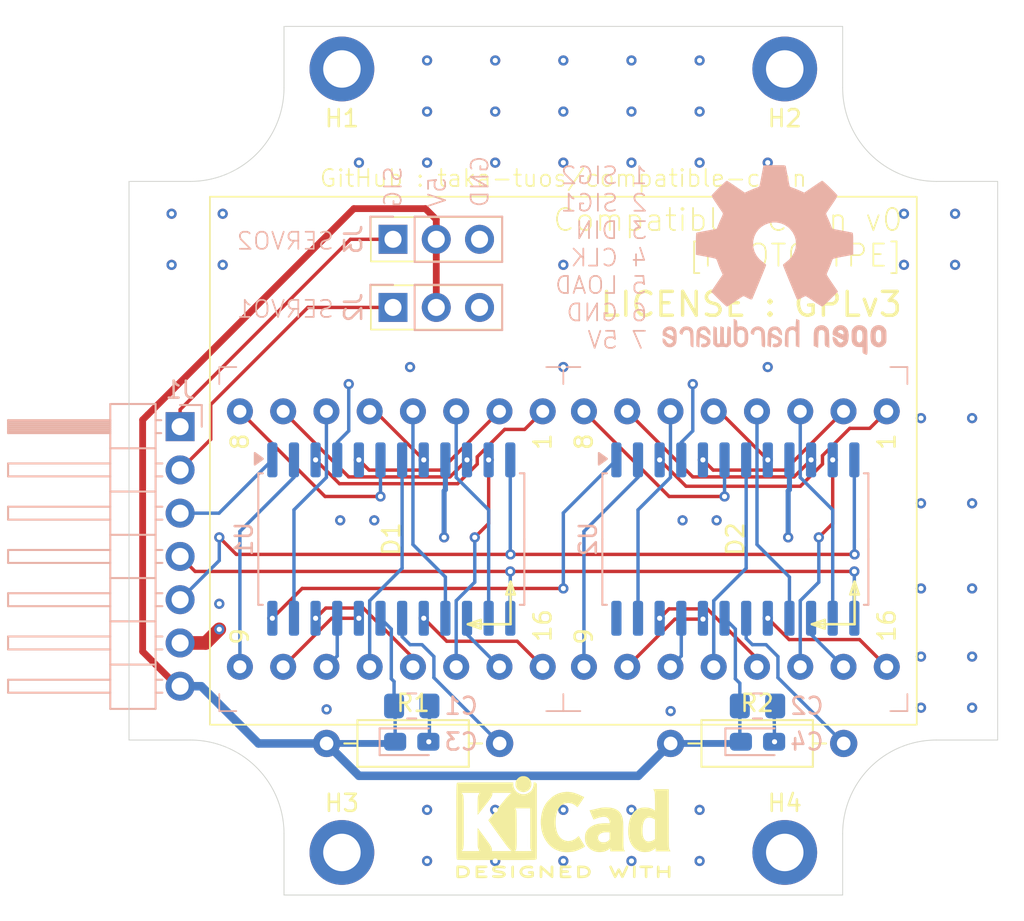
<source format=kicad_pcb>
(kicad_pcb (version 20240108) (generator "pcbnew") (generator_version "8.0")
  (layers (0 "F.Cu" signal) (31 "B.Cu" signal) (34 "B.Paste" user) (35 "F.Paste" user) (36 "B.SilkS" user "B.Silkscreen") (37 "F.SilkS" user "F.Silkscreen") (38 "B.Mask" user) (39 "F.Mask" user) (44 "Edge.Cuts" user))
  (net 0 "")
  (net 1 "GND")
  (net 3 "/D1.0")
  (net 4 "/D1.C")
  (net 5 "/D1.D")
  (net 6 "/D1.F")
  (net 7 "/D1.6")
  (net 8 "/D1.G")
  (net 9 "/D1.7")
  (net 10 "/D1.5")
  (net 11 "/D1.E")
  (net 12 "/D1.2")
  (net 13 "/D1.1")
  (net 14 "/D1.B")
  (net 15 "/D1.DP")
  (net 16 "/D1.3")
  (net 17 "/D1.A")
  (net 18 "/D1.4")
  (net 19 "/D2.D")
  (net 20 "/D2.5")
  (net 21 "/D2.F")
  (net 22 "/D2.7")
  (net 23 "/D2.3")
  (net 24 "/D2.1")
  (net 25 "/D2.B")
  (net 26 "/D2.E")
  (net 27 "/D2.4")
  (net 28 "/D2.G")
  (net 29 "/D2.DP")
  (net 30 "/D2.2")
  (net 31 "/D2.A")
  (net 32 "/D2.0")
  (net 33 "/D2.C")
  (net 34 "/D2.6")
  (net 35 "VCC")
  (net 36 "Net-(U1-DOUT)")
  (net 37 "DIN")
  (net 38 "LOAD")
  (net 39 "CLK")
  (net 40 "SIG2")
  (net 41 "SIG1")
  (net 42 "Net-(U1-ISET)")
  (net 43 "Net-(U2-ISET)")
  (footprint "MountingHole:MountingHole_2.2mm_M2_DIN965_Pad" (layer "F.Cu") (at 82 93.5)
    (property "Reference" "H3" (at 0 -2.9 0) (layer "F.SilkS"))
    (property "Value" "M2")
    (pad "1" thru_hole circle (at 0 0) (size 3.8 3.8) (drill 2.2) (layers "*.Cu" "*.Mask") (net 1 "GND"))
  )
  (footprint "akn_misc:LED_8x8_1.9MM_20x20MM" (layer "F.Cu") (at 105.1 75.1 -90)
    (property "Reference" "D2" (at 0 0 90) (layer "F.SilkS"))
    (property "Value" "788AS")
    (fp_text user "16" (at 5.08 -8.89 90) (layer "F.SilkS"))
    (fp_text user "8" (at -5.715 8.89 90) (layer "F.SilkS"))
    (fp_text user "9" (at 5.715 8.89 90) (layer "F.SilkS"))
    (fp_text user "1" (at -5.715 -8.89 90) (layer "F.SilkS"))
    (pad "1" thru_hole circle (at -7.5 -8.89 270) (size 1.524 1.524) (drill 0.762) (layers "*.Cu" "*.Mask") (net 27 "/D2.4"))
    (pad "2" thru_hole circle (at -7.5 -6.35 270) (size 1.524 1.524) (drill 0.762) (layers "*.Cu" "*.Mask") (net 34 "/D2.6"))
    (pad "3" thru_hole circle (at -7.5 -3.81 270) (size 1.524 1.524) (drill 0.762) (layers "*.Cu" "*.Mask") (net 31 "/D2.A"))
    (pad "4" thru_hole circle (at -7.5 -1.27 270) (size 1.524 1.524) (drill 0.762) (layers "*.Cu" "*.Mask") (net 25 "/D2.B"))
    (pad "5" thru_hole circle (at -7.5 1.27 270) (size 1.524 1.524) (drill 0.762) (layers "*.Cu" "*.Mask") (net 22 "/D2.7"))
    (pad "6" thru_hole circle (at -7.5 3.81 270) (size 1.524 1.524) (drill 0.762) (layers "*.Cu" "*.Mask") (net 19 "/D2.D"))
    (pad "7" thru_hole circle (at -7.5 6.35 270) (size 1.524 1.524) (drill 0.762) (layers "*.Cu" "*.Mask") (net 20 "/D2.5"))
    (pad "8" thru_hole circle (at -7.5 8.89 270) (size 1.524 1.524) (drill 0.762) (layers "*.Cu" "*.Mask") (net 30 "/D2.2"))
    (pad "9" thru_hole circle (at 7.5 8.89 270) (size 1.524 1.524) (drill 0.762) (layers "*.Cu" "*.Mask") (net 32 "/D2.0"))
    (pad "10" thru_hole circle (at 7.5 6.35 270) (size 1.524 1.524) (drill 0.762) (layers "*.Cu" "*.Mask") (net 33 "/D2.C"))
    (pad "11" thru_hole circle (at 7.5 3.81 270) (size 1.524 1.524) (drill 0.762) (layers "*.Cu" "*.Mask") (net 26 "/D2.E"))
    (pad "12" thru_hole circle (at 7.5 1.27 270) (size 1.524 1.524) (drill 0.762) (layers "*.Cu" "*.Mask") (net 23 "/D2.3"))
    (pad "13" thru_hole circle (at 7.5 -1.27 270) (size 1.524 1.524) (drill 0.762) (layers "*.Cu" "*.Mask") (net 29 "/D2.DP"))
    (pad "14" thru_hole circle (at 7.5 -3.81 270) (size 1.524 1.524) (drill 0.762) (layers "*.Cu" "*.Mask") (net 24 "/D2.1"))
    (pad "15" thru_hole circle (at 7.5 -6.35 270) (size 1.524 1.524) (drill 0.762) (layers "*.Cu" "*.Mask") (net 21 "/D2.F"))
    (pad "16" thru_hole circle (at 7.5 -8.89 270) (size 1.524 1.524) (drill 0.762) (layers "*.Cu" "*.Mask") (net 28 "/D2.G"))
  )
  (footprint "MountingHole:MountingHole_2.2mm_M2_DIN965_Pad" (layer "F.Cu") (at 82 47.5 180)
    (property "Reference" "H1" (at 0 -2.9 180) (layer "F.SilkS"))
    (property "Value" "M2")
    (pad "1" thru_hole circle (at 0 0 180) (size 3.8 3.8) (drill 2.2) (layers "*.Cu" "*.Mask") (net 1 "GND"))
  )
  (footprint "MountingHole:MountingHole_2.2mm_M2_DIN965_Pad" (layer "F.Cu") (at 108 47.5 180)
    (property "Reference" "H2" (at 0 -2.9 180) (layer "F.SilkS"))
    (property "Value" "M2")
    (pad "1" thru_hole circle (at 0 0 180) (size 3.8 3.8) (drill 2.2) (layers "*.Cu" "*.Mask") (net 1 "GND"))
  )
  (footprint "Resistor_THT:R_Axial_DIN0207_L6.3mm_D2.5mm_P10.16mm_Horizontal" (layer "F.Cu") (at 101.3 87.1)
    (property "Reference" "R2" (at 5.08 -2.37 0) (layer "F.SilkS"))
    (property "Value" "10k")
    (pad "1" thru_hole circle (at 0 0) (size 1.6 1.6) (drill 0.8) (layers "*.Cu" "*.Mask") (net 35 "VCC"))
    (pad "2" thru_hole oval (at 10.16 0) (size 1.6 1.6) (drill 0.8) (layers "*.Cu" "*.Mask") (net 43 "Net-(U2-ISET)"))
  )
  (footprint "MountingHole:MountingHole_2.2mm_M2_DIN965_Pad" (layer "F.Cu") (at 108 93.5)
    (property "Reference" "H4" (at 0 -2.9 0) (layer "F.SilkS"))
    (property "Value" "M2")
    (pad "1" thru_hole circle (at 0 0) (size 3.8 3.8) (drill 2.2) (layers "*.Cu" "*.Mask") (net 1 "GND"))
  )
  (footprint "akn_misc:LED_8x8_1.9MM_20x20MM" (layer "F.Cu") (at 84.9 75.1 -90)
    (property "Reference" "D1" (at 0 0 90) (layer "F.SilkS"))
    (property "Value" "788AS")
    (fp_text user "8" (at -5.715 8.89 90) (layer "F.SilkS"))
    (fp_text user "1" (at -5.715 -8.89 90) (layer "F.SilkS"))
    (fp_text user "9" (at 5.715 8.89 90) (layer "F.SilkS"))
    (fp_text user "16" (at 5.08 -8.89 90) (layer "F.SilkS"))
    (pad "1" thru_hole circle (at -7.5 -8.89 270) (size 1.524 1.524) (drill 0.762) (layers "*.Cu" "*.Mask") (net 18 "/D1.4"))
    (pad "2" thru_hole circle (at -7.5 -6.35 270) (size 1.524 1.524) (drill 0.762) (layers "*.Cu" "*.Mask") (net 7 "/D1.6"))
    (pad "3" thru_hole circle (at -7.5 -3.81 270) (size 1.524 1.524) (drill 0.762) (layers "*.Cu" "*.Mask") (net 17 "/D1.A"))
    (pad "4" thru_hole circle (at -7.5 -1.27 270) (size 1.524 1.524) (drill 0.762) (layers "*.Cu" "*.Mask") (net 14 "/D1.B"))
    (pad "5" thru_hole circle (at -7.5 1.27 270) (size 1.524 1.524) (drill 0.762) (layers "*.Cu" "*.Mask") (net 9 "/D1.7"))
    (pad "6" thru_hole circle (at -7.5 3.81 270) (size 1.524 1.524) (drill 0.762) (layers "*.Cu" "*.Mask") (net 5 "/D1.D"))
    (pad "7" thru_hole circle (at -7.5 6.35 270) (size 1.524 1.524) (drill 0.762) (layers "*.Cu" "*.Mask") (net 10 "/D1.5"))
    (pad "8" thru_hole circle (at -7.5 8.89 270) (size 1.524 1.524) (drill 0.762) (layers "*.Cu" "*.Mask") (net 12 "/D1.2"))
    (pad "9" thru_hole circle (at 7.5 8.89 270) (size 1.524 1.524) (drill 0.762) (layers "*.Cu" "*.Mask") (net 3 "/D1.0"))
    (pad "10" thru_hole circle (at 7.5 6.35 270) (size 1.524 1.524) (drill 0.762) (layers "*.Cu" "*.Mask") (net 4 "/D1.C"))
    (pad "11" thru_hole circle (at 7.5 3.81 270) (size 1.524 1.524) (drill 0.762) (layers "*.Cu" "*.Mask") (net 11 "/D1.E"))
    (pad "12" thru_hole circle (at 7.5 1.27 270) (size 1.524 1.524) (drill 0.762) (layers "*.Cu" "*.Mask") (net 16 "/D1.3"))
    (pad "13" thru_hole circle (at 7.5 -1.27 270) (size 1.524 1.524) (drill 0.762) (layers "*.Cu" "*.Mask") (net 15 "/D1.DP"))
    (pad "14" thru_hole circle (at 7.5 -3.81 270) (size 1.524 1.524) (drill 0.762) (layers "*.Cu" "*.Mask") (net 13 "/D1.1"))
    (pad "15" thru_hole circle (at 7.5 -6.35 270) (size 1.524 1.524) (drill 0.762) (layers "*.Cu" "*.Mask") (net 6 "/D1.F"))
    (pad "16" thru_hole circle (at 7.5 -8.89 270) (size 1.524 1.524) (drill 0.762) (layers "*.Cu" "*.Mask") (net 8 "/D1.G"))
  )
  (footprint "Symbol:KiCad-Logo2_5mm_SilkScreen" (layer "F.Cu") (at 95 92)
    (property "Reference" "REF**" (hide yes))
    (property "Value" "KiCad-Logo2_5mm_SilkScreen" (hide yes))
  )
  (footprint "Resistor_THT:R_Axial_DIN0207_L6.3mm_D2.5mm_P10.16mm_Horizontal" (layer "F.Cu") (at 81.1 87.1)
    (property "Reference" "R1" (at 5.08 -2.37 0) (layer "F.SilkS"))
    (property "Value" "10k")
    (pad "1" thru_hole circle (at 0 0) (size 1.6 1.6) (drill 0.8) (layers "*.Cu" "*.Mask") (net 35 "VCC"))
    (pad "2" thru_hole oval (at 10.16 0) (size 1.6 1.6) (drill 0.8) (layers "*.Cu" "*.Mask") (net 42 "Net-(U1-ISET)"))
  )
  (footprint "Capacitor_Tantalum_SMD:CP_EIA-2012-15_AVX-P_Pad1.30x1.05mm_HandSolder" (layer "B.Cu") (at 86.1 87)
    (property "Reference" "C3" (at 2.9 0 0) (layer "B.SilkS") (effects (justify mirror)))
    (property "Value" "10u")
    (pad "1" smd roundrect (at -0.975 0) (size 1.3 1.05) (layers "B.Cu" "B.Paste" "B.Mask") (roundrect_rratio 0.238095) (net 35 "VCC"))
    (pad "2" smd roundrect (at 0.975 0) (size 1.3 1.05) (layers "B.Cu" "B.Paste" "B.Mask") (roundrect_rratio 0.238095) (net 1 "GND"))
  )
  (footprint "Package_SO:SOIC-24W_7.5x15.4mm_P1.27mm" (layer "B.Cu") (at 105.1 75.1 -90)
    (property "Reference" "U2" (at 0 8.65 90) (layer "B.SilkS") (effects (justify mirror)))
    (property "Value" "MAX7219")
    (pad "1" smd roundrect (at -4.65 6.985 270) (size 2.05 0.6) (layers "B.Cu" "B.Paste" "B.Mask") (net 36 "Net-(U1-DOUT)"))
    (pad "2" smd roundrect (at -4.65 5.715 270) (size 2.05 0.6) (layers "B.Cu" "B.Paste" "B.Mask") (net 32 "/D2.0"))
    (pad "3" smd roundrect (at -4.65 4.445 270) (size 2.05 0.6) (layers "B.Cu" "B.Paste" "B.Mask") (net 27 "/D2.4"))
    (pad "4" smd roundrect (at -4.65 3.175 270) (size 2.05 0.6) (layers "B.Cu" "B.Paste" "B.Mask") (net 1 "GND"))
    (pad "5" smd roundrect (at -4.65 1.905 270) (size 2.05 0.6) (layers "B.Cu" "B.Paste" "B.Mask") (net 34 "/D2.6"))
    (pad "6" smd roundrect (at -4.65 0.635 270) (size 2.05 0.6) (layers "B.Cu" "B.Paste" "B.Mask") (net 30 "/D2.2"))
    (pad "7" smd roundrect (at -4.65 -0.635 270) (size 2.05 0.6) (layers "B.Cu" "B.Paste" "B.Mask") (net 23 "/D2.3"))
    (pad "8" smd roundrect (at -4.65 -1.905 270) (size 2.05 0.6) (layers "B.Cu" "B.Paste" "B.Mask") (net 22 "/D2.7"))
    (pad "9" smd roundrect (at -4.65 -3.175 270) (size 2.05 0.6) (layers "B.Cu" "B.Paste" "B.Mask") (net 1 "GND"))
    (pad "10" smd roundrect (at -4.65 -4.445 270) (size 2.05 0.6) (layers "B.Cu" "B.Paste" "B.Mask") (net 20 "/D2.5"))
    (pad "11" smd roundrect (at -4.65 -5.715 270) (size 2.05 0.6) (layers "B.Cu" "B.Paste" "B.Mask") (net 24 "/D2.1"))
    (pad "12" smd roundrect (at -4.65 -6.985 270) (size 2.05 0.6) (layers "B.Cu" "B.Paste" "B.Mask") (net 38 "LOAD"))
    (pad "13" smd roundrect (at 4.65 -6.985 270) (size 2.05 0.6) (layers "B.Cu" "B.Paste" "B.Mask") (net 39 "CLK"))
    (pad "14" smd roundrect (at 4.65 -5.715 270) (size 2.05 0.6) (layers "B.Cu" "B.Paste" "B.Mask") (net 31 "/D2.A"))
    (pad "15" smd roundrect (at 4.65 -4.445 270) (size 2.05 0.6) (layers "B.Cu" "B.Paste" "B.Mask") (net 21 "/D2.F"))
    (pad "16" smd roundrect (at 4.65 -3.175 270) (size 2.05 0.6) (layers "B.Cu" "B.Paste" "B.Mask") (net 25 "/D2.B"))
    (pad "17" smd roundrect (at 4.65 -1.905 270) (size 2.05 0.6) (layers "B.Cu" "B.Paste" "B.Mask") (net 28 "/D2.G"))
    (pad "18" smd roundrect (at 4.65 -0.635 270) (size 2.05 0.6) (layers "B.Cu" "B.Paste" "B.Mask") (net 43 "Net-(U2-ISET)"))
    (pad "19" smd roundrect (at 4.65 0.635 270) (size 2.05 0.6) (layers "B.Cu" "B.Paste" "B.Mask") (net 35 "VCC"))
    (pad "20" smd roundrect (at 4.65 1.905 270) (size 2.05 0.6) (layers "B.Cu" "B.Paste" "B.Mask") (net 33 "/D2.C"))
    (pad "21" smd roundrect (at 4.65 3.175 270) (size 2.05 0.6) (layers "B.Cu" "B.Paste" "B.Mask") (net 26 "/D2.E"))
    (pad "22" smd roundrect (at 4.65 4.445 270) (size 2.05 0.6) (layers "B.Cu" "B.Paste" "B.Mask") (net 29 "/D2.DP"))
    (pad "23" smd roundrect (at 4.65 5.715 270) (size 2.05 0.6) (layers "B.Cu" "B.Paste" "B.Mask") (net 19 "/D2.D"))
    (pad "24" smd roundrect (at 4.65 6.985 270) (size 2.05 0.6) (layers "B.Cu" "B.Paste" "B.Mask"))
  )
  (footprint "Connector_PinHeader_2.54mm:PinHeader_1x03_P2.54mm_Vertical" (layer "B.Cu") (at 85 61.5 -90)
    (property "Reference" "J2" (at 0 2.33 90) (layer "B.SilkS") (effects (justify mirror)))
    (property "Value" "SERVO1")
    (pad "1" thru_hole rect (at 0 0 270) (size 1.7 1.7) (drill 1) (layers "*.Cu" "*.Mask") (net 41 "SIG1"))
    (pad "2" thru_hole oval (at 0 -2.54 270) (size 1.7 1.7) (drill 1) (layers "*.Cu" "*.Mask") (net 35 "VCC"))
    (pad "3" thru_hole oval (at 0 -5.08 270) (size 1.7 1.7) (drill 1) (layers "*.Cu" "*.Mask") (net 1 "GND"))
  )
  (footprint "Symbol:OSHW-Logo2_14.6x12mm_SilkScreen" (layer "B.Cu") (at 107.4 58.7 180)
    (property "Reference" "REF**" (hide yes))
    (property "Value" "OSHW-Logo2_14.6x12mm_SilkScreen" (hide yes))
  )
  (footprint "Capacitor_Tantalum_SMD:CP_EIA-2012-15_AVX-P_Pad1.30x1.05mm_HandSolder" (layer "B.Cu") (at 106.4 87)
    (property "Reference" "C4" (at 2.9 0 0) (layer "B.SilkS") (effects (justify mirror)))
    (property "Value" "10u")
    (pad "1" smd roundrect (at -0.975 0) (size 1.3 1.05) (layers "B.Cu" "B.Paste" "B.Mask") (roundrect_rratio 0.238095) (net 35 "VCC"))
    (pad "2" smd roundrect (at 0.975 0) (size 1.3 1.05) (layers "B.Cu" "B.Paste" "B.Mask") (roundrect_rratio 0.238095) (net 1 "GND"))
  )
  (footprint "Capacitor_SMD:C_0805_2012Metric_Pad1.18x1.45mm_HandSolder" (layer "B.Cu") (at 106.4 84.9)
    (property "Reference" "C2" (at 2.9 0 0) (layer "B.SilkS") (effects (justify mirror)))
    (property "Value" "100n")
    (pad "1" smd roundrect (at -1.0375 0) (size 1.175 1.45) (layers "B.Cu" "B.Paste" "B.Mask") (roundrect_rratio 0.212766) (net 35 "VCC"))
    (pad "2" smd roundrect (at 1.0375 0) (size 1.175 1.45) (layers "B.Cu" "B.Paste" "B.Mask") (roundrect_rratio 0.212766) (net 1 "GND"))
  )
  (footprint "Package_SO:SOIC-24W_7.5x15.4mm_P1.27mm" (layer "B.Cu") (at 84.9 75.1 -90)
    (property "Reference" "U1" (at 0 8.65 90) (layer "B.SilkS") (effects (justify mirror)))
    (property "Value" "MAX7219")
    (pad "1" smd roundrect (at -4.65 6.985 270) (size 2.05 0.6) (layers "B.Cu" "B.Paste" "B.Mask") (net 37 "DIN"))
    (pad "2" smd roundrect (at -4.65 5.715 270) (size 2.05 0.6) (layers "B.Cu" "B.Paste" "B.Mask") (net 3 "/D1.0"))
    (pad "3" smd roundrect (at -4.65 4.445 270) (size 2.05 0.6) (layers "B.Cu" "B.Paste" "B.Mask") (net 18 "/D1.4"))
    (pad "4" smd roundrect (at -4.65 3.175 270) (size 2.05 0.6) (layers "B.Cu" "B.Paste" "B.Mask") (net 1 "GND"))
    (pad "5" smd roundrect (at -4.65 1.905 270) (size 2.05 0.6) (layers "B.Cu" "B.Paste" "B.Mask") (net 7 "/D1.6"))
    (pad "6" smd roundrect (at -4.65 0.635 270) (size 2.05 0.6) (layers "B.Cu" "B.Paste" "B.Mask") (net 12 "/D1.2"))
    (pad "7" smd roundrect (at -4.65 -0.635 270) (size 2.05 0.6) (layers "B.Cu" "B.Paste" "B.Mask") (net 16 "/D1.3"))
    (pad "8" smd roundrect (at -4.65 -1.905 270) (size 2.05 0.6) (layers "B.Cu" "B.Paste" "B.Mask") (net 9 "/D1.7"))
    (pad "9" smd roundrect (at -4.65 -3.175 270) (size 2.05 0.6) (layers "B.Cu" "B.Paste" "B.Mask") (net 1 "GND"))
    (pad "10" smd roundrect (at -4.65 -4.445 270) (size 2.05 0.6) (layers "B.Cu" "B.Paste" "B.Mask") (net 10 "/D1.5"))
    (pad "11" smd roundrect (at -4.65 -5.715 270) (size 2.05 0.6) (layers "B.Cu" "B.Paste" "B.Mask") (net 13 "/D1.1"))
    (pad "12" smd roundrect (at -4.65 -6.985 270) (size 2.05 0.6) (layers "B.Cu" "B.Paste" "B.Mask") (net 38 "LOAD"))
    (pad "13" smd roundrect (at 4.65 -6.985 270) (size 2.05 0.6) (layers "B.Cu" "B.Paste" "B.Mask") (net 39 "CLK"))
    (pad "14" smd roundrect (at 4.65 -5.715 270) (size 2.05 0.6) (layers "B.Cu" "B.Paste" "B.Mask") (net 17 "/D1.A"))
    (pad "15" smd roundrect (at 4.65 -4.445 270) (size 2.05 0.6) (layers "B.Cu" "B.Paste" "B.Mask") (net 6 "/D1.F"))
    (pad "16" smd roundrect (at 4.65 -3.175 270) (size 2.05 0.6) (layers "B.Cu" "B.Paste" "B.Mask") (net 14 "/D1.B"))
    (pad "17" smd roundrect (at 4.65 -1.905 270) (size 2.05 0.6) (layers "B.Cu" "B.Paste" "B.Mask") (net 8 "/D1.G"))
    (pad "18" smd roundrect (at 4.65 -0.635 270) (size 2.05 0.6) (layers "B.Cu" "B.Paste" "B.Mask") (net 42 "Net-(U1-ISET)"))
    (pad "19" smd roundrect (at 4.65 0.635 270) (size 2.05 0.6) (layers "B.Cu" "B.Paste" "B.Mask") (net 35 "VCC"))
    (pad "20" smd roundrect (at 4.65 1.905 270) (size 2.05 0.6) (layers "B.Cu" "B.Paste" "B.Mask") (net 4 "/D1.C"))
    (pad "21" smd roundrect (at 4.65 3.175 270) (size 2.05 0.6) (layers "B.Cu" "B.Paste" "B.Mask") (net 11 "/D1.E"))
    (pad "22" smd roundrect (at 4.65 4.445 270) (size 2.05 0.6) (layers "B.Cu" "B.Paste" "B.Mask") (net 15 "/D1.DP"))
    (pad "23" smd roundrect (at 4.65 5.715 270) (size 2.05 0.6) (layers "B.Cu" "B.Paste" "B.Mask") (net 5 "/D1.D"))
    (pad "24" smd roundrect (at 4.65 6.985 270) (size 2.05 0.6) (layers "B.Cu" "B.Paste" "B.Mask") (net 36 "Net-(U1-DOUT)"))
  )
  (footprint "Connector_PinHeader_2.54mm:PinHeader_1x03_P2.54mm_Vertical" (layer "B.Cu") (at 85 57.5 -90)
    (property "Reference" "J3" (at 0 2.33 90) (layer "B.SilkS") (effects (justify mirror)))
    (property "Value" "SERVO2")
    (pad "1" thru_hole rect (at 0 0 270) (size 1.7 1.7) (drill 1) (layers "*.Cu" "*.Mask") (net 40 "SIG2"))
    (pad "2" thru_hole oval (at 0 -2.54 270) (size 1.7 1.7) (drill 1) (layers "*.Cu" "*.Mask") (net 35 "VCC"))
    (pad "3" thru_hole oval (at 0 -5.08 270) (size 1.7 1.7) (drill 1) (layers "*.Cu" "*.Mask") (net 1 "GND"))
  )
  (footprint "Capacitor_SMD:C_0805_2012Metric_Pad1.18x1.45mm_HandSolder" (layer "B.Cu") (at 86.1 84.9)
    (property "Reference" "C1" (at 2.9 0 0) (layer "B.SilkS") (effects (justify mirror)))
    (property "Value" "100n")
    (pad "1" smd roundrect (at -1.0375 0) (size 1.175 1.45) (layers "B.Cu" "B.Paste" "B.Mask") (roundrect_rratio 0.212766) (net 35 "VCC"))
    (pad "2" smd roundrect (at 1.0375 0) (size 1.175 1.45) (layers "B.Cu" "B.Paste" "B.Mask") (roundrect_rratio 0.212766) (net 1 "GND"))
  )
  (footprint "Connector_PinHeader_2.54mm:PinHeader_1x07_P2.54mm_Horizontal" (layer "B.Cu") (at 72.5 68.5 180)
    (property "Reference" "J1" (at 0 2.16 180) (layer "B.SilkS") (effects (justify mirror)))
    (property "Value" "EXT")
    (pad "1" thru_hole rect (at 0 0 180) (size 1.7 1.7) (drill 1) (layers "*.Cu" "*.Mask") (net 40 "SIG2"))
    (pad "2" thru_hole oval (at 0 -2.54 180) (size 1.7 1.7) (drill 1) (layers "*.Cu" "*.Mask") (net 41 "SIG1"))
    (pad "3" thru_hole oval (at 0 -5.08 180) (size 1.7 1.7) (drill 1) (layers "*.Cu" "*.Mask") (net 37 "DIN"))
    (pad "4" thru_hole oval (at 0 -7.62 180) (size 1.7 1.7) (drill 1) (layers "*.Cu" "*.Mask") (net 39 "CLK"))
    (pad "5" thru_hole oval (at 0 -10.16 180) (size 1.7 1.7) (drill 1) (layers "*.Cu" "*.Mask") (net 38 "LOAD"))
    (pad "6" thru_hole oval (at 0 -12.7 180) (size 1.7 1.7) (drill 1) (layers "*.Cu" "*.Mask") (net 1 "GND"))
    (pad "7" thru_hole oval (at 0 -15.24 180) (size 1.7 1.7) (drill 1) (layers "*.Cu" "*.Mask") (net 35 "VCC"))
  )
  (gr_line (start 95 65) (end 96 65) (stroke (width 0.1)) (layer "B.SilkS"))
  (gr_line (start 74.8 85.2) (end 74.8 84.2) (stroke (width 0.1)) (layer "B.SilkS"))
  (gr_line (start 115.2 85.2) (end 114.2 85.2) (stroke (width 0.1)) (layer "B.SilkS"))
  (gr_line (start 95 65) (end 94 65) (stroke (width 0.1)) (layer "B.SilkS"))
  (gr_line (start 95 85.2) (end 95 84.2) (stroke (width 0.1)) (layer "B.SilkS"))
  (gr_line (start 115.2 65) (end 115.2 66) (stroke (width 0.1)) (layer "B.SilkS"))
  (gr_line (start 74.8 65) (end 74.8 66) (stroke (width 0.1)) (layer "B.SilkS"))
  (gr_line (start 74.8 85.2) (end 75.8 85.2) (stroke (width 0.1)) (layer "B.SilkS"))
  (gr_line (start 95 85.2) (end 94 85.2) (stroke (width 0.1)) (layer "B.SilkS"))
  (gr_line (start 95 85.2) (end 96 85.2) (stroke (width 0.1)) (layer "B.SilkS"))
  (gr_line (start 115.2 85.2) (end 115.2 84.2) (stroke (width 0.1)) (layer "B.SilkS"))
  (gr_line (start 74.8 65) (end 75.8 65) (stroke (width 0.1)) (layer "B.SilkS"))
  (gr_line (start 115.2 65) (end 114.2 65) (stroke (width 0.1)) (layer "B.SilkS"))
  (gr_line (start 95 65) (end 95 66) (stroke (width 0.1)) (layer "B.SilkS"))
  (gr_rect (start 74.25 55) (end 115.75 86) (stroke (width 0.1)) (fill none) (layer "F.SilkS"))
  (gr_rect (start 83.7 60.2) (end 91.4 62.8) (stroke (width 0.1)) (fill none) (layer "F.SilkS"))
  (gr_rect (start 83.7 56.2) (end 91.4 58.8) (stroke (width 0.1)) (fill none) (layer "F.SilkS"))
  (gr_line (start 69.5 54.1) (end 73.1 54.1) (stroke (width 0.05)) (layer "Edge.Cuts"))
  (gr_arc (start 73.1 86.9) (mid 76.989087 88.510913) (end 78.6 92.4) (stroke (width 0.05)) (layer "Edge.Cuts"))
  (gr_line (start 111.4 92.4) (end 111.4 96) (stroke (width 0.05)) (layer "Edge.Cuts"))
  (gr_line (start 69.5 86.9) (end 69.5 54.1) (stroke (width 0.05)) (layer "Edge.Cuts"))
  (gr_line (start 78.6 96) (end 111.4 96) (stroke (width 0.05)) (layer "Edge.Cuts"))
  (gr_line (start 78.6 48.6) (end 78.6 45) (stroke (width 0.05)) (layer "Edge.Cuts"))
  (gr_line (start 78.6 45) (end 111.4 45) (stroke (width 0.05)) (layer "Edge.Cuts"))
  (gr_arc (start 78.6 48.6) (mid 76.989087 52.489087) (end 73.1 54.1) (stroke (width 0.05)) (layer "Edge.Cuts"))
  (gr_line (start 78.6 92.4) (end 78.6 96) (stroke (width 0.05)) (layer "Edge.Cuts"))
  (gr_line (start 111.4 45) (end 111.4 48.6) (stroke (width 0.05)) (layer "Edge.Cuts"))
  (gr_arc (start 111.4 92.4) (mid 113.010913 88.510913) (end 116.9 86.9) (stroke (width 0.05)) (layer "Edge.Cuts"))
  (gr_line (start 73.1 86.9) (end 69.5 86.9) (stroke (width 0.05)) (layer "Edge.Cuts"))
  (gr_line (start 116.9 54.1) (end 120.5 54.1) (stroke (width 0.05)) (layer "Edge.Cuts"))
  (gr_arc (start 116.9 54.1) (mid 113.010913 52.489087) (end 111.4 48.6) (stroke (width 0.05)) (layer "Edge.Cuts"))
  (gr_line (start 120.5 54.1) (end 120.5 86.9) (stroke (width 0.05)) (layer "Edge.Cuts"))
  (gr_line (start 116.9 86.9) (end 120.5 86.9) (stroke (width 0.05)) (layer "Edge.Cuts"))
  (gr_text "SIG" (at 85 55.7 90) (layer "B.SilkS") (effects (font (size 1 1) (thickness 0.1)) (justify right mirror)))
  (gr_text "GND" (at 90.1 55.7 90) (layer "B.SilkS") (effects (font (size 1 1) (thickness 0.1)) (justify right mirror)))
  (gr_text "SERVO2" (at 81.6 57.6 0) (layer "B.SilkS") (effects (font (size 1 1) (thickness 0.1)) (justify left mirror)))
  (gr_text "5V" (at 87.6 55.7 90) (layer "B.SilkS") (effects (font (size 1 1) (thickness 0.1)) (justify right mirror)))
  (gr_text "SERVO1" (at 81.6 61.6 0) (layer "B.SilkS") (effects (font (size 1 1) (thickness 0.1)) (justify left mirror)))
  (gr_text "1 SIG2\n2 SIG1\n3 DIN\n4 CLK\n5 LOAD\n6 GND\n7 5V" (at 100 64 0) (layer "B.SilkS") (effects (font (size 1 1) (thickness 0.1)) (justify left bottom mirror)))
  (gr_text "LICENSE : GPLv3" (at 115 60.5 0) (layer "F.SilkS") (effects (font (size 1.4 1.4) (thickness 0.2) (bold yes)) (justify right top)))
  (gr_text "Compatible-Chan v0\n[PROTOTYPE]" (at 115 55.6 0) (layer "F.SilkS") (effects (font (size 1.3 1.3) (thickness 0.1)) (justify right top)))
  (gr_text "GitHub : taka-tuos/compatible-chan" (at 95 54.5 0) (layer "F.SilkS") (effects (font (size 1 1) (thickness 0.1)) (justify bottom)))
  (segment (start 74 81.2) (end 74.8 80.4) (width 0.8) (layer "F.Cu") (net 1))
  (segment (start 72.5 81.2) (end 74 81.2) (width 0.8) (layer "F.Cu") (net 1))
  (via (at 103 50) (size 0.6) (drill 0.3) (layers "F.Cu" "B.Cu") (net 1))
  (via (at 103 47) (size 0.6) (drill 0.3) (layers "F.Cu" "B.Cu") (net 1))
  (via (at 82.4 66) (size 0.6) (drill 0.3) (layers "F.Cu" "B.Cu") (net 1))
  (via (at 74.8 78.9) (size 0.6) (drill 0.3) (layers "F.Cu" "B.Cu") (net 1))
  (via (at 75 59) (size 0.6) (drill 0.3) (layers "F.Cu" "B.Cu") (net 1))
  (via (at 87 94) (size 0.6) (drill 0.3) (layers "F.Cu" "B.Cu") (net 1))
  (via (at 99 53) (size 0.6) (drill 0.3) (layers "F.Cu" "B.Cu") (net 1))
  (via (at 99 94) (size 0.6) (drill 0.3) (layers "F.Cu" "B.Cu") (net 1))
  (via (at 103 94) (size 0.6) (drill 0.3) (layers "F.Cu" "B.Cu") (net 1))
  (via (at 83.9 74) (size 0.6) (drill 0.3) (layers "F.Cu" "B.Cu") (net 1))
  (via (at 116 82) (size 0.6) (drill 0.3) (layers "F.Cu" "B.Cu") (net 1))
  (via (at 91 50) (size 0.6) (drill 0.3) (layers "F.Cu" "B.Cu") (net 1))
  (via (at 107 53) (size 0.6) (drill 0.3) (layers "F.Cu" "B.Cu") (net 1))
  (via (at 87 53) (size 0.6) (drill 0.3) (layers "F.Cu" "B.Cu") (net 1))
  (via (at 107 65) (size 0.6) (drill 0.3) (layers "F.Cu" "B.Cu") (net 1))
  (via (at 104 74) (size 0.6) (drill 0.3) (layers "F.Cu" "B.Cu") (net 1))
  (via (at 99 91) (size 0.6) (drill 0.3) (layers "F.Cu" "B.Cu") (net 1))
  (via (at 72 56) (size 0.6) (drill 0.3) (layers "F.Cu" "B.Cu") (net 1))
  (via (at 102.6 66) (size 0.6) (drill 0.3) (layers "F.Cu" "B.Cu") (net 1))
  (via (at 115 56) (size 0.6) (drill 0.3) (layers "F.Cu" "B.Cu") (net 1))
  (via (at 119 68) (size 0.6) (drill 0.3) (layers "F.Cu" "B.Cu") (net 1))
  (via (at 119 73) (size 0.6) (drill 0.3) (layers "F.Cu" "B.Cu") (net 1))
  (via (at 118 59) (size 0.6) (drill 0.3) (layers "F.Cu" "B.Cu") (net 1))
  (via (at 116 73) (size 0.6) (drill 0.3) (layers "F.Cu" "B.Cu") (net 1))
  (via (at 107.4 87) (size 0.6) (drill 0.3) (layers "F.Cu" "B.Cu") (net 1))
  (via (at 95 47) (size 0.6) (drill 0.3) (layers "F.Cu" "B.Cu") (net 1))
  (via (at 88 75) (size 0.6) (drill 0.3) (layers "F.Cu" "B.Cu") (net 1))
  (via (at 95 94) (size 0.6) (drill 0.3) (layers "F.Cu" "B.Cu") (net 1))
  (via (at 116 78) (size 0.6) (drill 0.3) (layers "F.Cu" "B.Cu") (net 1))
  (via (at 91 47) (size 0.6) (drill 0.3) (layers "F.Cu" "B.Cu") (net 1))
  (via (at 91 53) (size 0.6) (drill 0.3) (layers "F.Cu" "B.Cu") (net 1))
  (via (at 91 94) (size 0.6) (drill 0.3) (layers "F.Cu" "B.Cu") (net 1))
  (via (at 86 65) (size 0.6) (drill 0.3) (layers "F.Cu" "B.Cu") (net 1))
  (via (at 81.1 85.1) (size 0.6) (drill 0.3) (layers "F.Cu" "B.Cu") (net 1))
  (via (at 75 56) (size 0.6) (drill 0.3) (layers "F.Cu" "B.Cu") (net 1))
  (via (at 72 59) (size 0.6) (drill 0.3) (layers "F.Cu" "B.Cu") (net 1))
  (via (at 95 50) (size 0.6) (drill 0.3) (layers "F.Cu" "B.Cu") (net 1))
  (via (at 119 85) (size 0.6) (drill 0.3) (layers "F.Cu" "B.Cu") (net 1))
  (via (at 119 82) (size 0.6) (drill 0.3) (layers "F.Cu" "B.Cu") (net 1))
  (via (at 74.8 80.4) (size 0.6) (drill 0.3) (layers "F.Cu" "B.Cu") (net 1))
  (via (at 95 59) (size 0.6) (drill 0.3) (layers "F.Cu" "B.Cu") (net 1))
  (via (at 102 74) (size 0.6) (drill 0.3) (layers "F.Cu" "B.Cu") (net 1))
  (via (at 115 59) (size 0.6) (drill 0.3) (layers "F.Cu" "B.Cu") (net 1))
  (via (at 87 50) (size 0.6) (drill 0.3) (layers "F.Cu" "B.Cu") (net 1))
  (via (at 116 68) (size 0.6) (drill 0.3) (layers "F.Cu" "B.Cu") (net 1))
  (via (at 119 78) (size 0.6) (drill 0.3) (layers "F.Cu" "B.Cu") (net 1))
  (via (at 103 91) (size 0.6) (drill 0.3) (layers "F.Cu" "B.Cu") (net 1))
  (via (at 83 53) (size 0.6) (drill 0.3) (layers "F.Cu" "B.Cu") (net 1))
  (via (at 103 53) (size 0.6) (drill 0.3) (layers "F.Cu" "B.Cu") (net 1))
  (via (at 87 91) (size 0.6) (drill 0.3) (layers "F.Cu" "B.Cu") (net 1))
  (via (at 91 91) (size 0.6) (drill 0.3) (layers "F.Cu" "B.Cu") (net 1))
  (via (at 81.9 74) (size 0.6) (drill 0.3) (layers "F.Cu" "B.Cu") (net 1))
  (via (at 118 56) (size 0.6) (drill 0.3) (layers "F.Cu" "B.Cu") (net 1))
  (via (at 99 47) (size 0.6) (drill 0.3) (layers "F.Cu" "B.Cu") (net 1))
  (via (at 95 91) (size 0.6) (drill 0.3) (layers "F.Cu" "B.Cu") (net 1))
  (via (at 101.3 85.2) (size 0.6) (drill 0.3) (layers "F.Cu" "B.Cu") (net 1))
  (via (at 87.1 87) (size 0.6) (drill 0.3) (layers "F.Cu" "B.Cu") (net 1))
  (via (at 95 53) (size 0.6) (drill 0.3) (layers "F.Cu" "B.Cu") (net 1))
  (via (at 99 50) (size 0.6) (drill 0.3) (layers "F.Cu" "B.Cu") (net 1))
  (via (at 116 85) (size 0.6) (drill 0.3) (layers "F.Cu" "B.Cu") (net 1))
  (via (at 108.2 75) (size 0.6) (drill 0.3) (layers "F.Cu" "B.Cu") (net 1))
  (via (at 95 65) (size 0.6) (drill 0.3) (layers "F.Cu" "B.Cu") (net 1))
  (via (at 87 47) (size 0.6) (drill 0.3) (layers "F.Cu" "B.Cu") (net 1))
  (segment (start 87.1 86.975) (end 87.1 87) (width 0.2) (layer "B.Cu") (net 1))
  (segment (start 82.4 68.750001) (end 82.4 66) (width 0.2) (layer "B.Cu") (net 1))
  (segment (start 87.1 87) (end 87.075 87) (width 0.2) (layer "B.Cu") (net 1))
  (segment (start 81.725 69.425001) (end 82.4 68.750001) (width 0.2) (layer "B.Cu") (net 1))
  (segment (start 108.2 75) (end 108.2 72.275) (width 0.3) (layer "B.Cu") (net 1))
  (segment (start 107.375 84.9625) (end 107.4375 84.9) (width 0.2) (layer "B.Cu") (net 1))
  (segment (start 108.275 72.2) (end 108.275 70.45) (width 0.3) (layer "B.Cu") (net 1))
  (segment (start 107.4 87) (end 107.375 84.9625) (width 0.2) (layer "B.Cu") (net 1))
  (segment (start 101.925 69.425001) (end 101.925 70.45) (width 0.2) (layer "B.Cu") (net 1))
  (segment (start 87.075 87) (end 87.075 87) (width 0.2) (layer "B.Cu") (net 1))
  (segment (start 87.1375 84.9) (end 87.1375 86.9375) (width 0.2) (layer "B.Cu") (net 1))
  (segment (start 88 72.275) (end 88.075 72.2) (width 0.3) (layer "B.Cu") (net 1))
  (segment (start 87.1375 86.9375) (end 87.1 86.975) (width 0.2) (layer "B.Cu") (net 1))
  (segment (start 88.075 72.2) (end 88.075 70.45) (width 0.3) (layer "B.Cu") (net 1))
  (segment (start 108.2 72.275) (end 108.275 72.2) (width 0.3) (layer "B.Cu") (net 1))
  (segment (start 102.6 68.750001) (end 101.925 69.425001) (width 0.2) (layer "B.Cu") (net 1))
  (segment (start 88 75) (end 88 72.275) (width 0.3) (layer "B.Cu") (net 1))
  (segment (start 107.375 87) (end 107.4 87) (width 0.2) (layer "B.Cu") (net 1))
  (segment (start 81.725 70.45) (end 81.725 69.425001) (width 0.2) (layer "B.Cu") (net 1))
  (segment (start 102.6 66) (end 102.6 68.750001) (width 0.2) (layer "B.Cu") (net 1))
  (segment (start 79.185 71.474999) (end 76.01 74.649999) (width 0.2) (layer "B.Cu") (net 3))
  (segment (start 79.185 70.45) (end 79.185 71.474999) (width 0.2) (layer "B.Cu") (net 3))
  (segment (start 76.01 74.649999) (end 76.01 82.6) (width 0.2) (layer "B.Cu") (net 3))
  (segment (start 82.995 79.75) (end 81.4 79.75) (width 0.2) (layer "F.Cu") (net 4))
  (segment (start 81.4 79.75) (end 78.55 82.6) (width 0.2) (layer "F.Cu") (net 4))
  (via (at 82.995 79.75) (size 0.6) (drill 0.3) (layers "F.Cu" "B.Cu") (net 4))
  (segment (start 79.185 79.75) (end 79.185 73.385552) (width 0.2) (layer "B.Cu") (net 5))
  (segment (start 79.185 73.385552) (end 81.09 71.480552) (width 0.2) (layer "B.Cu") (net 5))
  (segment (start 81.09 71.480552) (end 81.09 67.6) (width 0.2) (layer "B.Cu") (net 5))
  (segment (start 89.345 79.75) (end 89.345 80.695) (width 0.2) (layer "B.Cu") (net 6))
  (segment (start 89.345 80.695) (end 91.25 82.6) (width 0.2) (layer "B.Cu") (net 6))
  (segment (start 87.8 71.05) (end 91.25 67.6) (width 0.2) (layer "F.Cu") (net 7))
  (segment (start 83.595 71.05) (end 87.8 71.05) (width 0.2) (layer "F.Cu") (net 7))
  (segment (start 82.995 70.45) (end 83.595 71.05) (width 0.2) (layer "F.Cu") (net 7))
  (via (at 82.995 70.45) (size 0.6) (drill 0.3) (layers "F.Cu" "B.Cu") (net 7))
  (segment (start 92.29 81.1) (end 93.79 82.6) (width 0.2) (layer "F.Cu") (net 8))
  (segment (start 86.805 79.75) (end 88.155 81.1) (width 0.2) (layer "F.Cu") (net 8))
  (segment (start 88.155 81.1) (end 92.29 81.1) (width 0.2) (layer "F.Cu") (net 8))
  (via (at 86.805 79.75) (size 0.6) (drill 0.3) (layers "F.Cu" "B.Cu") (net 8))
  (segment (start 86.805 70.45) (end 83.955 67.6) (width 0.2) (layer "F.Cu") (net 9))
  (segment (start 83.955 67.6) (end 83.63 67.6) (width 0.2) (layer "F.Cu") (net 9))
  (via (at 86.805 70.45) (size 0.6) (drill 0.3) (layers "F.Cu" "B.Cu") (net 9))
  (segment (start 88.345 71.45) (end 89.345 70.45) (width 0.2) (layer "F.Cu") (net 10))
  (segment (start 82.4 71.45) (end 88.345 71.45) (width 0.2) (layer "F.Cu") (net 10))
  (segment (start 78.55 67.6) (end 82.4 71.45) (width 0.2) (layer "F.Cu") (net 10))
  (via (at 89.345 70.45) (size 0.6) (drill 0.3) (layers "F.Cu" "B.Cu") (net 10))
  (segment (start 81.725 79.75) (end 81.725 81.965) (width 0.2) (layer "B.Cu") (net 11))
  (segment (start 81.725 81.965) (end 81.09 82.6) (width 0.2) (layer "B.Cu") (net 11))
  (segment (start 84.265 72.6) (end 81.01 72.6) (width 0.2) (layer "F.Cu") (net 12))
  (segment (start 81.01 72.6) (end 76.01 67.6) (width 0.2) (layer "F.Cu") (net 12))
  (via (at 84.265 72.6) (size 0.6) (drill 0.3) (layers "F.Cu" "B.Cu") (net 12))
  (segment (start 84.265 72.6) (end 84.265 70.45) (width 0.2) (layer "B.Cu") (net 12))
  (segment (start 90.615 70.45) (end 90.615 74.185) (width 0.2) (layer "F.Cu") (net 13))
  (segment (start 90.615 74.185) (end 89.8 75) (width 0.2) (layer "F.Cu") (net 13))
  (via (at 90.615 70.45) (size 0.6) (drill 0.3) (layers "F.Cu" "B.Cu") (net 13))
  (via (at 89.8 75) (size 0.6) (drill 0.3) (layers "F.Cu" "B.Cu") (net 13))
  (segment (start 89.8 77.5) (end 89.8 75) (width 0.2) (layer "B.Cu") (net 13))
  (segment (start 89.8 77.629448) (end 89.8 77.5) (width 0.2) (layer "B.Cu") (net 13))
  (segment (start 88.71 78.719448) (end 89.8 77.629448) (width 0.2) (layer "B.Cu") (net 13))
  (segment (start 88.71 82.6) (end 88.71 78.719448) (width 0.2) (layer "B.Cu") (net 13))
  (segment (start 88.075 77.326471) (end 88.075 79.75) (width 0.2) (layer "B.Cu") (net 14))
  (segment (start 86.17 75.421471) (end 88.075 77.326471) (width 0.2) (layer "B.Cu") (net 14))
  (segment (start 86.17 67.6) (end 86.17 75.421471) (width 0.2) (layer "B.Cu") (net 14))
  (segment (start 83.25 79.15) (end 86.17 82.07) (width 0.2) (layer "F.Cu") (net 15))
  (segment (start 80.455 79.75) (end 81.055 79.15) (width 0.2) (layer "F.Cu") (net 15))
  (segment (start 81.055 79.15) (end 83.25 79.15) (width 0.2) (layer "F.Cu") (net 15))
  (segment (start 86.17 82.07) (end 86.17 82.6) (width 0.2) (layer "F.Cu") (net 15))
  (via (at 80.455 79.75) (size 0.6) (drill 0.3) (layers "F.Cu" "B.Cu") (net 15))
  (segment (start 83.63 78.719448) (end 83.63 82.6) (width 0.2) (layer "B.Cu") (net 16))
  (segment (start 85.535 70.45) (end 85.535 76.814448) (width 0.2) (layer "B.Cu") (net 16))
  (segment (start 85.535 76.814448) (end 83.63 78.719448) (width 0.2) (layer "B.Cu") (net 16))
  (segment (start 90.615 79.75) (end 90.615 73.385552) (width 0.2) (layer "B.Cu") (net 17))
  (segment (start 90.615 73.385552) (end 88.71 71.480552) (width 0.2) (layer "B.Cu") (net 17))
  (segment (start 88.71 71.480552) (end 88.71 67.6) (width 0.2) (layer "B.Cu") (net 17))
  (segment (start 89.945 70.698529) (end 89.945 70.271471) (width 0.2) (layer "F.Cu") (net 18))
  (segment (start 88.793529 71.85) (end 89.945 70.698529) (width 0.2) (layer "F.Cu") (net 18))
  (segment (start 89.945 70.271471) (end 91.554471 68.662) (width 0.2) (layer "F.Cu") (net 18))
  (segment (start 91.554471 68.662) (end 92.728 68.662) (width 0.2) (layer "F.Cu") (net 18))
  (segment (start 80.455 70.45) (end 81.855 71.85) (width 0.2) (layer "F.Cu") (net 18))
  (segment (start 81.855 71.85) (end 88.793529 71.85) (width 0.2) (layer "F.Cu") (net 18))
  (segment (start 92.728 68.662) (end 93.79 67.6) (width 0.2) (layer "F.Cu") (net 18))
  (via (at 80.455 70.45) (size 0.6) (drill 0.3) (layers "F.Cu" "B.Cu") (net 18))
  (segment (start 99.385 73.385552) (end 101.29 71.480552) (width 0.2) (layer "B.Cu") (net 19))
  (segment (start 101.29 71.480552) (end 101.29 67.6) (width 0.2) (layer "B.Cu") (net 19))
  (segment (start 99.385 79.75) (end 99.385 73.385552) (width 0.2) (layer "B.Cu") (net 19))
  (segment (start 102.6 71.45) (end 98.75 67.6) (width 0.2) (layer "F.Cu") (net 20))
  (segment (start 108.545 71.45) (end 102.6 71.45) (width 0.2) (layer "F.Cu") (net 20))
  (segment (start 109.545 70.45) (end 108.545 71.45) (width 0.2) (layer "F.Cu") (net 20))
  (via (at 109.545 70.45) (size 0.6) (drill 0.3) (layers "F.Cu" "B.Cu") (net 20))
  (segment (start 109.545 80.695) (end 111.45 82.6) (width 0.2) (layer "B.Cu") (net 21))
  (segment (start 109.545 79.75) (end 109.545 80.695) (width 0.2) (layer "B.Cu") (net 21))
  (segment (start 104.155 67.6) (end 103.83 67.6) (width 0.2) (layer "F.Cu") (net 22))
  (segment (start 107.005 70.45) (end 104.155 67.6) (width 0.2) (layer "F.Cu") (net 22))
  (via (at 107.005 70.45) (size 0.6) (drill 0.3) (layers "F.Cu" "B.Cu") (net 22))
  (segment (start 105.735 76.814448) (end 103.83 78.719448) (width 0.2) (layer "B.Cu") (net 23))
  (segment (start 105.735 70.45) (end 105.735 76.814448) (width 0.2) (layer "B.Cu") (net 23))
  (segment (start 103.83 78.719448) (end 103.83 82.6) (width 0.2) (layer "B.Cu") (net 23))
  (segment (start 110.815 70.45) (end 110.815 74.185) (width 0.2) (layer "F.Cu") (net 24))
  (segment (start 110.815 74.185) (end 110 75) (width 0.2) (layer "F.Cu") (net 24))
  (via (at 110 75) (size 0.6) (drill 0.3) (layers "F.Cu" "B.Cu") (net 24))
  (via (at 110.815 70.45) (size 0.6) (drill 0.3) (layers "F.Cu" "B.Cu") (net 24))
  (segment (start 108.91 78.719448) (end 110 77.629448) (width 0.2) (layer "B.Cu") (net 24))
  (segment (start 108.91 82.6) (end 108.91 78.719448) (width 0.2) (layer "B.Cu") (net 24))
  (segment (start 110 77.629448) (end 110 75) (width 0.2) (layer "B.Cu") (net 24))
  (segment (start 106.37 67.6) (end 106.37 75.421471) (width 0.2) (layer "B.Cu") (net 25))
  (segment (start 106.37 75.421471) (end 108.275 77.326471) (width 0.2) (layer "B.Cu") (net 25))
  (segment (start 108.275 77.326471) (end 108.275 79.75) (width 0.2) (layer "B.Cu") (net 25))
  (segment (start 101.925 79.75) (end 101.925 81.965) (width 0.2) (layer "B.Cu") (net 26))
  (segment (start 101.925 81.965) (end 101.29 82.6) (width 0.2) (layer "B.Cu") (net 26))
  (segment (start 108.913529 72) (end 110.215 70.698529) (width 0.2) (layer "F.Cu") (net 27))
  (segment (start 110.215 70.698529) (end 110.215 70.201471) (width 0.2) (layer "F.Cu") (net 27))
  (segment (start 110.215 70.201471) (end 111.816471 68.6) (width 0.2) (layer "F.Cu") (net 27))
  (segment (start 112.99 68.6) (end 113.99 67.6) (width 0.2) (layer "F.Cu") (net 27))
  (segment (start 102.205 72) (end 108.913529 72) (width 0.2) (layer "F.Cu") (net 27))
  (segment (start 111.816471 68.6) (end 112.99 68.6) (width 0.2) (layer "F.Cu") (net 27))
  (segment (start 100.655 70.45) (end 102.205 72) (width 0.2) (layer "F.Cu") (net 27))
  (via (at 100.655 70.45) (size 0.6) (drill 0.3) (layers "F.Cu" "B.Cu") (net 27))
  (segment (start 107.005 79.75) (end 108.255 81) (width 0.2) (layer "F.Cu") (net 28))
  (segment (start 108.255 81) (end 112.39 81) (width 0.2) (layer "F.Cu") (net 28))
  (segment (start 112.39 81) (end 113.99 82.6) (width 0.2) (layer "F.Cu") (net 28))
  (via (at 107.005 79.75) (size 0.6) (drill 0.3) (layers "F.Cu" "B.Cu") (net 28))
  (segment (start 103.448529 79.2) (end 106.37 82.121471) (width 0.2) (layer "F.Cu") (net 29))
  (segment (start 100.655 79.75) (end 101.205 79.2) (width 0.2) (layer "F.Cu") (net 29))
  (segment (start 106.37 82.121471) (end 106.37 82.6) (width 0.2) (layer "F.Cu") (net 29))
  (segment (start 101.205 79.2) (end 103.448529 79.2) (width 0.2) (layer "F.Cu") (net 29))
  (via (at 100.655 79.75) (size 0.6) (drill 0.3) (layers "F.Cu" "B.Cu") (net 29))
  (segment (start 101.21 72.6) (end 104.465 72.6) (width 0.2) (layer "F.Cu") (net 30))
  (segment (start 96.21 67.6) (end 101.21 72.6) (width 0.2) (layer "F.Cu") (net 30))
  (via (at 104.465 72.6) (size 0.6) (drill 0.3) (layers "F.Cu" "B.Cu") (net 30))
  (segment (start 104.465 70.45) (end 104.465 72.6) (width 0.2) (layer "B.Cu") (net 30))
  (segment (start 110.815 73.385552) (end 108.91 71.480552) (width 0.2) (layer "B.Cu") (net 31))
  (segment (start 110.815 79.75) (end 110.815 73.385552) (width 0.2) (layer "B.Cu") (net 31))
  (segment (start 108.91 71.480552) (end 108.91 67.6) (width 0.2) (layer "B.Cu") (net 31))
  (segment (start 99.385 71.474999) (end 96.21 74.649999) (width 0.2) (layer "B.Cu") (net 32))
  (segment (start 99.385 70.45) (end 99.385 71.474999) (width 0.2) (layer "B.Cu") (net 32))
  (segment (start 96.21 74.649999) (end 96.21 82.6) (width 0.2) (layer "B.Cu") (net 32))
  (segment (start 101.55 79.8) (end 98.75 82.6) (width 0.2) (layer "F.Cu") (net 33))
  (segment (start 103.2 79.8) (end 101.55 79.8) (width 0.2) (layer "F.Cu") (net 33))
  (via (at 103.2 79.8) (size 0.6) (drill 0.3) (layers "F.Cu" "B.Cu") (net 33))
  (segment (start 108 71.05) (end 111.45 67.6) (width 0.2) (layer "F.Cu") (net 34))
  (segment (start 103.795 71.05) (end 108 71.05) (width 0.2) (layer "F.Cu") (net 34))
  (segment (start 103.195 70.45) (end 103.795 71.05) (width 0.2) (layer "F.Cu") (net 34))
  (via (at 103.195 70.45) (size 0.6) (drill 0.3) (layers "F.Cu" "B.Cu") (net 34))
  (segment (start 70.3 68.1) (end 70.6 67.8) (width 0.4) (layer "F.Cu") (net 35))
  (segment (start 86.9 55.7) (end 87.54 56.34) (width 0.4) (layer "F.Cu") (net 35))
  (segment (start 72.34 83.74) (end 70.3 81.7) (width 0.4) (layer "F.Cu") (net 35))
  (segment (start 70.3 81.7) (end 70.3 68.1) (width 0.4) (layer "F.Cu") (net 35))
  (segment (start 82.7 55.7) (end 86.9 55.7) (width 0.4) (layer "F.Cu") (net 35))
  (segment (start 87.54 56.34) (end 87.54 57.5) (width 0.4) (layer "F.Cu") (net 35))
  (segment (start 70.6 67.8) (end 82.7 55.7) (width 0.4) (layer "F.Cu") (net 35))
  (segment (start 87.54 57.5) (end 87.54 61.5) (width 0.4) (layer "F.Cu") (net 35))
  (segment (start 72.5 83.74) (end 72.5 84.3) (width 0.2) (layer "F.Cu") (net 35))
  (segment (start 72.5 83.74) (end 72.34 83.74) (width 0.2) (layer "F.Cu") (net 35))
  (segment (start 81.1 87.1) (end 83 89) (width 0.5) (layer "B.Cu") (net 35))
  (segment (start 105.1 80.385) (end 105.1 83.3) (width 0.2) (layer "B.Cu") (net 35))
  (segment (start 105.3625 84.9) (end 105.3625 86.9375) (width 0.2) (layer "B.Cu") (net 35))
  (segment (start 72.5 83.74) (end 73.74 83.74) (width 0.5) (layer "B.Cu") (net 35))
  (segment (start 85.125 87) (end 85.125 84.9625) (width 0.2) (layer "B.Cu") (net 35))
  (segment (start 84.9 83.3) (end 85.0625 83.4625) (width 0.2) (layer "B.Cu") (net 35))
  (segment (start 85.025 87.1) (end 85.125 87) (width 0.2) (layer "B.Cu") (net 35))
  (segment (start 104.465 79.75) (end 105.1 80.385) (width 0.2) (layer "B.Cu") (net 35))
  (segment (start 105.3625 83.5625) (end 105.3625 84.9) (width 0.2) (layer "B.Cu") (net 35))
  (segment (start 85.0625 83.4625) (end 85.0625 84.9) (width 0.2) (layer "B.Cu") (net 35))
  (segment (start 84.265 79.75) (end 84.9 80.385) (width 0.2) (layer "B.Cu") (net 35))
  (segment (start 73.74 83.74) (end 77.1 87.1) (width 0.5) (layer "B.Cu") (net 35))
  (segment (start 77.1 87.1) (end 81.1 87.1) (width 0.5) (layer "B.Cu") (net 35))
  (segment (start 85.125 84.9625) (end 85.0625 84.9) (width 0.2) (layer "B.Cu") (net 35))
  (segment (start 81.1 87.1) (end 85.025 87.1) (width 0.4) (layer "B.Cu") (net 35))
  (segment (start 83 89) (end 99.4 89) (width 0.5) (layer "B.Cu") (net 35))
  (segment (start 105.1 83.3) (end 105.3625 83.5625) (width 0.2) (layer "B.Cu") (net 35))
  (segment (start 101.3 87.1) (end 105.325 87.1) (width 0.4) (layer "B.Cu") (net 35))
  (segment (start 105.3625 86.9375) (end 105.425 87) (width 0.2) (layer "B.Cu") (net 35))
  (segment (start 105.325 87.1) (end 105.425 87) (width 0.2) (layer "B.Cu") (net 35))
  (segment (start 99.4 89) (end 101.3 87.1) (width 0.5) (layer "B.Cu") (net 35))
  (segment (start 84.9 80.385) (end 84.9 83.3) (width 0.2) (layer "B.Cu") (net 35))
  (segment (start 77.915 79.75) (end 79.665 78) (width 0.2) (layer "F.Cu") (net 36))
  (segment (start 79.665 78) (end 95 78) (width 0.2) (layer "F.Cu") (net 36))
  (via (at 95 78) (size 0.6) (drill 0.3) (layers "F.Cu" "B.Cu") (net 36))
  (via (at 77.915 79.75) (size 0.6) (drill 0.3) (layers "F.Cu" "B.Cu") (net 36))
  (segment (start 95 73.565) (end 95 78) (width 0.2) (layer "B.Cu") (net 36))
  (segment (start 98.115 70.45) (end 95 73.565) (width 0.2) (layer "B.Cu") (net 36))
  (segment (start 74.785 73.58) (end 77.915 70.45) (width 0.2) (layer "B.Cu") (net 37))
  (segment (start 77.915 69.485) (end 77.915 70.45) (width 0.2) (layer "B.Cu") (net 37))
  (segment (start 72.5 73.58) (end 74.785 73.58) (width 0.2) (layer "B.Cu") (net 37))
  (segment (start 112.085 76) (end 112.1 76) (width 0.2) (layer "F.Cu") (net 38))
  (segment (start 112.1 76) (end 75.8 76) (width 0.2) (layer "F.Cu") (net 38))
  (segment (start 75.8 76) (end 74.8 75) (width 0.2) (layer "F.Cu") (net 38))
  (via (at 112.1 76) (size 0.6) (drill 0.3) (layers "F.Cu" "B.Cu") (net 38))
  (via (at 91.9 76) (size 0.6) (drill 0.3) (layers "F.Cu" "B.Cu") (net 38))
  (via (at 74.8 75) (size 0.6) (drill 0.3) (layers "F.Cu" "B.Cu") (net 38))
  (segment (start 91.9 76) (end 91.885 75.985) (width 0.2) (layer "B.Cu") (net 38))
  (segment (start 112.085 70.45) (end 112.085 75.985) (width 0.2) (layer "B.Cu") (net 38))
  (segment (start 91.885 75.985) (end 91.885 70.45) (width 0.2) (layer "B.Cu") (net 38))
  (segment (start 74.8 76.36) (end 74.8 75) (width 0.2) (layer "B.Cu") (net 38))
  (segment (start 72.5 78.66) (end 74.8 76.36) (width 0.2) (layer "B.Cu") (net 38))
  (segment (start 112.085 75.985) (end 112.1 76) (width 0.2) (layer "B.Cu") (net 38))
  (segment (start 73.38 77) (end 72.5 76.12) (width 0.2) (layer "F.Cu") (net 39))
  (segment (start 112.085 77) (end 73.38 77) (width 0.2) (layer "F.Cu") (net 39))
  (via (at 112.085 77) (size 0.6) (drill 0.3) (layers "F.Cu" "B.Cu") (net 39))
  (via (at 91.885 77) (size 0.6) (drill 0.3) (layers "F.Cu" "B.Cu") (net 39))
  (segment (start 91.885 77) (end 91.885 80.463105) (width 0.2) (layer "B.Cu") (net 39))
  (segment (start 112.085 77) (end 112.085 79.75) (width 0.2) (layer "B.Cu") (net 39))
  (segment (start 72.5 67.5) (end 82.5 57.5) (width 0.2) (layer "F.Cu") (net 40))
  (segment (start 82.5 57.5) (end 85 57.5) (width 0.2) (layer "F.Cu") (net 40))
  (segment (start 72.5 68.5) (end 72.5 67.5) (width 0.2) (layer "F.Cu") (net 40))
  (segment (start 80 61.5) (end 85 61.5) (width 0.2) (layer "F.Cu") (net 41))
  (segment (start 74.3 67.2) (end 80 61.5) (width 0.2) (layer "F.Cu") (net 41))
  (segment (start 74.3 69.24) (end 74.3 67.2) (width 0.2) (layer "F.Cu") (net 41))
  (segment (start 72.5 71.04) (end 74.3 69.24) (width 0.2) (layer "F.Cu") (net 41))
  (segment (start 87.4 82) (end 87.4 83.24) (width 0.2) (layer "B.Cu") (net 42))
  (segment (start 86.7 81.3) (end 87.4 82) (width 0.2) (layer "B.Cu") (net 42))
  (segment (start 86 81.3) (end 86.7 81.3) (width 0.2) (layer "B.Cu") (net 42))
  (segment (start 85.535 80.835) (end 86 81.3) (width 0.2) (layer "B.Cu") (net 42))
  (segment (start 85.535 79.75) (end 85.535 80.835) (width 0.2) (layer "B.Cu") (net 42))
  (segment (start 87.4 83.24) (end 91.26 87.1) (width 0.2) (layer "B.Cu") (net 42))
  (segment (start 105.735 79.75) (end 105.735 80.935) (width 0.2) (layer "B.Cu") (net 43))
  (segment (start 105.735 80.935) (end 106.1 81.3) (width 0.2) (layer "B.Cu") (net 43))
  (segment (start 106.9 81.3) (end 107.6 82) (width 0.2) (layer "B.Cu") (net 43))
  (segment (start 107.6 83.24) (end 111.46 87.1) (width 0.2) (layer "B.Cu") (net 43))
  (segment (start 106.1 81.3) (end 106.9 81.3) (width 0.2) (layer "B.Cu") (net 43))
  (segment (start 107.6 82) (end 107.6 83.24) (width 0.2) (layer "B.Cu") (net 43))
)
</source>
